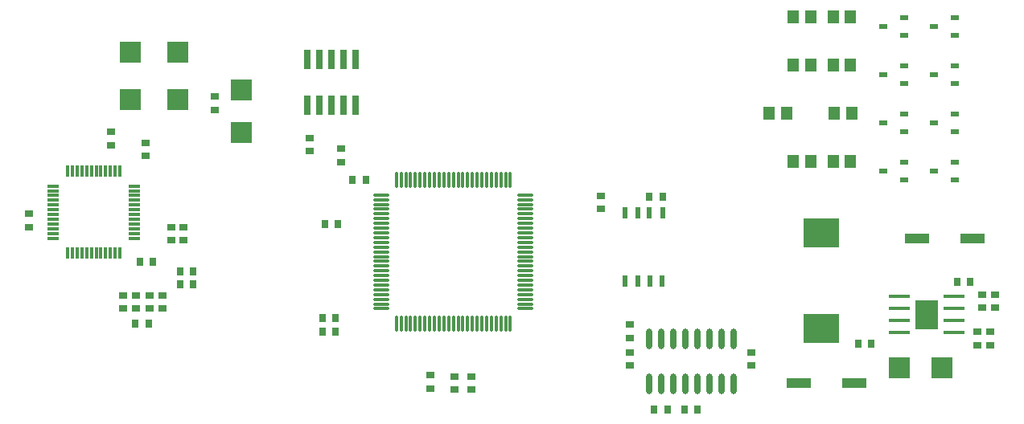
<source format=gtp>
%FSAX43Y43*%
%MOMM*%
G71*
G01*
G75*
G04 Layer_Color=8421504*
%ADD10R,1.200X1.400*%
%ADD11O,1.800X0.300*%
%ADD12O,0.300X1.800*%
%ADD13R,0.900X0.800*%
%ADD14R,0.508X1.300*%
%ADD15R,0.800X0.900*%
%ADD16R,0.635X2.032*%
%ADD17O,0.600X2.200*%
%ADD18R,2.200X2.200*%
%ADD19R,1.200X0.300*%
%ADD20R,0.300X1.200*%
%ADD21R,2.300X2.300*%
%ADD22R,2.540X1.016*%
%ADD23R,2.400X3.100*%
%ADD24R,2.200X0.450*%
%ADD25R,0.850X0.600*%
%ADD26R,3.683X3.048*%
%ADD27R,2.300X2.300*%
%ADD28C,0.254*%
%ADD29C,0.600*%
%ADD30C,0.381*%
%ADD31C,0.508*%
%ADD32C,0.889*%
%ADD33C,0.635*%
%ADD34C,0.762*%
%ADD35R,9.525X4.064*%
%ADD36R,1.905X3.302*%
%ADD37R,3.556X4.064*%
%ADD38R,11.049X1.016*%
%ADD39R,6.731X3.175*%
%ADD40R,8.509X2.159*%
%ADD41R,3.175X1.397*%
%ADD42C,0.508*%
%ADD43C,1.524*%
%ADD44C,0.762*%
%ADD45R,1.524X1.524*%
%ADD46C,3.556*%
%ADD47C,1.500*%
%ADD48R,1.500X1.500*%
%ADD49C,4.000*%
%ADD50C,3.810*%
%ADD51R,1.500X1.500*%
%ADD52C,1.600*%
%ADD53C,1.690*%
%ADD54R,1.690X1.690*%
%ADD55C,4.760*%
%ADD56C,2.032*%
%ADD57C,1.270*%
%ADD58C,3.000*%
%ADD59C,1.778*%
%ADD60R,1.300X1.000*%
%ADD61O,2.100X0.450*%
%ADD62R,2.540X2.794*%
%ADD63R,1.800X1.000*%
%ADD64R,2.286X2.286*%
%ADD65C,0.250*%
%ADD66C,0.100*%
%ADD67C,0.127*%
%ADD68C,0.200*%
%ADD69C,0.203*%
D10*
X0114035Y0076200D02*
D03*
X0115835D02*
D03*
X0114162Y0071120D02*
D03*
X0115962D02*
D03*
X0109844Y0076200D02*
D03*
X0111644D02*
D03*
X0114035Y0066040D02*
D03*
X0115835D02*
D03*
X0109844D02*
D03*
X0111644D02*
D03*
X0114035Y0081280D02*
D03*
X0115835D02*
D03*
X0109844D02*
D03*
X0111644D02*
D03*
X0107304Y0071120D02*
D03*
X0109104D02*
D03*
D11*
X0066491Y0062515D02*
D03*
Y0062015D02*
D03*
Y0061515D02*
D03*
Y0061015D02*
D03*
Y0060515D02*
D03*
Y0060015D02*
D03*
Y0059515D02*
D03*
Y0059015D02*
D03*
Y0058515D02*
D03*
Y0058015D02*
D03*
Y0057515D02*
D03*
Y0057015D02*
D03*
Y0056515D02*
D03*
Y0056015D02*
D03*
Y0055515D02*
D03*
Y0055015D02*
D03*
Y0054515D02*
D03*
Y0054015D02*
D03*
Y0053515D02*
D03*
Y0053015D02*
D03*
Y0052515D02*
D03*
Y0052015D02*
D03*
Y0051515D02*
D03*
Y0051015D02*
D03*
Y0050515D02*
D03*
X0081591D02*
D03*
Y0051015D02*
D03*
Y0051515D02*
D03*
Y0052015D02*
D03*
Y0052515D02*
D03*
Y0053015D02*
D03*
Y0053515D02*
D03*
Y0054015D02*
D03*
Y0054515D02*
D03*
Y0055015D02*
D03*
Y0055515D02*
D03*
Y0056015D02*
D03*
Y0056515D02*
D03*
Y0057015D02*
D03*
Y0057515D02*
D03*
Y0058015D02*
D03*
Y0058515D02*
D03*
Y0059015D02*
D03*
Y0059515D02*
D03*
Y0060015D02*
D03*
Y0060515D02*
D03*
Y0061015D02*
D03*
Y0061515D02*
D03*
Y0062015D02*
D03*
Y0062515D02*
D03*
D12*
X0068041Y0048965D02*
D03*
X0068541D02*
D03*
X0069041D02*
D03*
X0069541D02*
D03*
X0070041D02*
D03*
X0070541D02*
D03*
X0071041D02*
D03*
X0071541D02*
D03*
X0072041D02*
D03*
X0072541D02*
D03*
X0073041D02*
D03*
X0073541D02*
D03*
X0074041D02*
D03*
X0074541D02*
D03*
X0075041D02*
D03*
X0075541D02*
D03*
X0076041D02*
D03*
X0076541D02*
D03*
X0077041D02*
D03*
X0077541D02*
D03*
X0078041D02*
D03*
X0078541D02*
D03*
X0079041D02*
D03*
X0079541D02*
D03*
X0080041D02*
D03*
Y0064065D02*
D03*
X0079541D02*
D03*
X0079041D02*
D03*
X0078541D02*
D03*
X0078041D02*
D03*
X0077541D02*
D03*
X0077041D02*
D03*
X0076541D02*
D03*
X0076041D02*
D03*
X0075541D02*
D03*
X0075041D02*
D03*
X0074541D02*
D03*
X0074041D02*
D03*
X0073541D02*
D03*
X0073041D02*
D03*
X0072541D02*
D03*
X0072041D02*
D03*
X0071541D02*
D03*
X0071041D02*
D03*
X0070541D02*
D03*
X0070041D02*
D03*
X0069541D02*
D03*
X0069041D02*
D03*
X0068541D02*
D03*
X0068041D02*
D03*
D13*
X0071628Y0042099D02*
D03*
Y0043499D02*
D03*
X0074168Y0043372D02*
D03*
Y0041972D02*
D03*
X0044323Y0059120D02*
D03*
Y0057720D02*
D03*
X0089535Y0062422D02*
D03*
Y0061022D02*
D03*
X0129159Y0046671D02*
D03*
Y0048071D02*
D03*
X0129667Y0052008D02*
D03*
Y0050608D02*
D03*
X0131064Y0052008D02*
D03*
Y0050608D02*
D03*
X0130556Y0048071D02*
D03*
Y0046671D02*
D03*
X0092583Y0045912D02*
D03*
Y0044512D02*
D03*
Y0048833D02*
D03*
Y0047433D02*
D03*
X0105410Y0044512D02*
D03*
Y0045912D02*
D03*
X0043434Y0051946D02*
D03*
Y0050546D02*
D03*
X0039243Y0051946D02*
D03*
Y0050546D02*
D03*
X0040640Y0051946D02*
D03*
Y0050546D02*
D03*
X0042037D02*
D03*
Y0051946D02*
D03*
X0048895Y0071498D02*
D03*
Y0072898D02*
D03*
X0045593Y0057720D02*
D03*
Y0059120D02*
D03*
X0062230Y0065975D02*
D03*
Y0067375D02*
D03*
X0058928Y0067118D02*
D03*
Y0068518D02*
D03*
X0075946Y0041972D02*
D03*
Y0043372D02*
D03*
X0029337Y0059117D02*
D03*
Y0060517D02*
D03*
X0037973Y0067753D02*
D03*
Y0069153D02*
D03*
X0041656Y0066610D02*
D03*
Y0068010D02*
D03*
D14*
X0092132Y0053423D02*
D03*
X0093432D02*
D03*
X0094732D02*
D03*
X0096032D02*
D03*
X0096082Y0060623D02*
D03*
X0094682D02*
D03*
X0093432D02*
D03*
X0092132D02*
D03*
D15*
X0096077Y0062357D02*
D03*
X0094677D02*
D03*
X0128462Y0053340D02*
D03*
X0127062D02*
D03*
X0116648Y0046863D02*
D03*
X0118048D02*
D03*
X0098360Y0039878D02*
D03*
X0099760D02*
D03*
X0095185D02*
D03*
X0096585D02*
D03*
X0040575Y0048960D02*
D03*
X0041975D02*
D03*
X0042418Y0055499D02*
D03*
X0041018D02*
D03*
X0046674Y0053086D02*
D03*
X0045274D02*
D03*
X0045274Y0054483D02*
D03*
X0046674D02*
D03*
X0060514Y0059436D02*
D03*
X0061914D02*
D03*
X0063435Y0064135D02*
D03*
X0064835D02*
D03*
X0061660Y0049530D02*
D03*
X0060260D02*
D03*
X0061660Y0048133D02*
D03*
X0060260D02*
D03*
D16*
X0063754Y0072009D02*
D03*
X0062484D02*
D03*
X0061214D02*
D03*
X0059944D02*
D03*
X0058674D02*
D03*
Y0076835D02*
D03*
X0059944D02*
D03*
X0061214D02*
D03*
X0062484D02*
D03*
X0063754D02*
D03*
D17*
X0103505Y0047358D02*
D03*
X0102235D02*
D03*
X0100965D02*
D03*
X0099695D02*
D03*
X0098425D02*
D03*
X0097155D02*
D03*
X0095885D02*
D03*
X0094615D02*
D03*
X0103505Y0042558D02*
D03*
X0102235D02*
D03*
X0100965D02*
D03*
X0099695D02*
D03*
X0098425D02*
D03*
X0097155D02*
D03*
X0095885D02*
D03*
X0094615D02*
D03*
D18*
X0040045Y0072557D02*
D03*
X0045045D02*
D03*
X0040045Y0077557D02*
D03*
X0045045D02*
D03*
D19*
X0031895Y0063456D02*
D03*
Y0062956D02*
D03*
Y0062456D02*
D03*
Y0061956D02*
D03*
Y0061456D02*
D03*
Y0060956D02*
D03*
Y0060456D02*
D03*
Y0059956D02*
D03*
Y0059456D02*
D03*
Y0058956D02*
D03*
Y0058456D02*
D03*
Y0057956D02*
D03*
X0040495D02*
D03*
Y0058456D02*
D03*
Y0058956D02*
D03*
Y0059456D02*
D03*
Y0059956D02*
D03*
Y0060456D02*
D03*
Y0060956D02*
D03*
Y0061456D02*
D03*
Y0061956D02*
D03*
Y0062456D02*
D03*
Y0062956D02*
D03*
Y0063456D02*
D03*
D20*
X0033445Y0056406D02*
D03*
X0033945D02*
D03*
X0034445D02*
D03*
X0034945D02*
D03*
X0035445D02*
D03*
X0035945D02*
D03*
X0036445D02*
D03*
X0036945D02*
D03*
X0037445D02*
D03*
X0037945D02*
D03*
X0038445D02*
D03*
X0038945D02*
D03*
Y0065006D02*
D03*
X0038445D02*
D03*
X0037945D02*
D03*
X0037445D02*
D03*
X0036945D02*
D03*
X0036445D02*
D03*
X0035945D02*
D03*
X0035445D02*
D03*
X0034945D02*
D03*
X0034445D02*
D03*
X0033945D02*
D03*
X0033445D02*
D03*
D21*
X0125440Y0044323D02*
D03*
X0120940D02*
D03*
D22*
X0122809Y0057912D02*
D03*
X0128651D02*
D03*
X0116205Y0042672D02*
D03*
X0110363D02*
D03*
D23*
X0123825Y0049911D02*
D03*
D24*
X0120950Y0048036D02*
D03*
Y0050536D02*
D03*
Y0051786D02*
D03*
Y0049286D02*
D03*
X0126700D02*
D03*
Y0051786D02*
D03*
Y0050536D02*
D03*
Y0048036D02*
D03*
D25*
X0126805Y0079314D02*
D03*
Y0081214D02*
D03*
X0124655Y0080264D02*
D03*
X0121471Y0079314D02*
D03*
Y0081214D02*
D03*
X0119321Y0080264D02*
D03*
X0126805Y0074234D02*
D03*
Y0076134D02*
D03*
X0124655Y0075184D02*
D03*
X0126805Y0069154D02*
D03*
Y0071054D02*
D03*
X0124655Y0070104D02*
D03*
X0121471Y0069154D02*
D03*
Y0071054D02*
D03*
X0119321Y0070104D02*
D03*
X0121471Y0074234D02*
D03*
Y0076134D02*
D03*
X0119321Y0075184D02*
D03*
X0126805Y0064074D02*
D03*
Y0065974D02*
D03*
X0124655Y0065024D02*
D03*
X0121471Y0064074D02*
D03*
Y0065974D02*
D03*
X0119321Y0065024D02*
D03*
D26*
X0112776Y0048451D02*
D03*
Y0058484D02*
D03*
D27*
X0051689Y0069124D02*
D03*
Y0073624D02*
D03*
M02*

</source>
